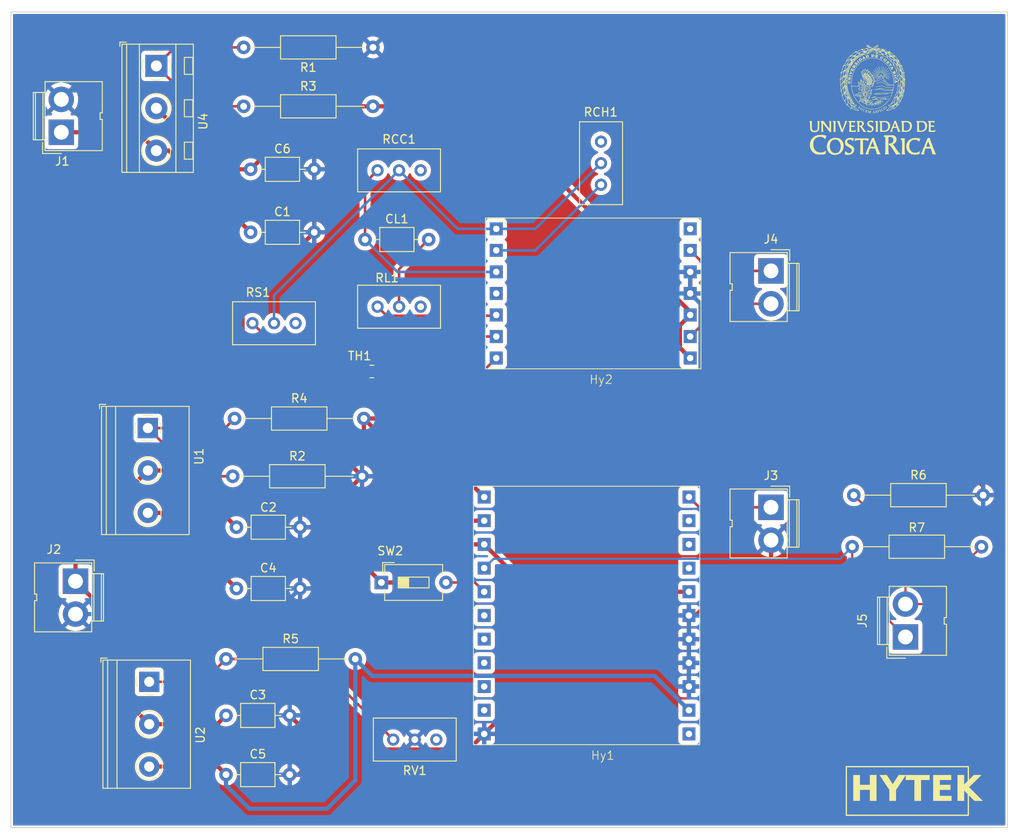
<source format=kicad_pcb>
(kicad_pcb (version 20221018) (generator pcbnew)
  (layers (0 "F.Cu" signal) (31 "B.Cu" signal) (34 "B.Paste" user) (35 "F.Paste" user) (36 "B.SilkS" user "B.Silkscreen") (37 "F.SilkS" user "F.Silkscreen") (38 "B.Mask" user) (39 "F.Mask" user) (44 "Edge.Cuts" user))
  (net 0 "")
  (net 1 "+15V")
  (net 2 "GND")
  (net 3 "-15V")
  (net 4 "/VEE")
  (net 5 "/VMOD")
  (net 6 "Net-(CL1-Pad1)")
  (net 7 "Net-(CL1-Pad2)")
  (net 13 "Net-(J5-Pin_1)")
  (net 14 "Net-(J3-Pin_1)")
  (net 19 "Net-(Hy2-Pad1)")
  (net 20 "Net-(Hy2-Pad2)")
  (net 22 "Net-(Hy2-Pad5)")
  (net 23 "Net-(Hy2-Pad6)")
  (net 24 "Net-(Hy2-Pad7)")
  (net 25 "/TEC_C")
  (net 26 "/TEC_H")
  (net 28 "Net-(U1-ADJ)")
  (net 29 "Net-(U2-ADJ)")
  (net 35 "Net-(Hy1-Pad7)")
  (net 36 "/VDD")
  (net 37 "Net-(U4-ADJ)")
  (net 38 "Net-(J5-Pin_2)")
  (footprint "Capacitor_THT:C_Axial_L3.8mm_D2.6mm_P7.50mm_Horizontal" (layer "F.Cu") (at 92.96 131.17)
    (fp_text reference "C3" (at 3.75 -2.42) (layer "F.SilkS"))
    (fp_text value "0.1uF")
    (pad "1" thru_hole circle (at 0 0) (size 1.6 1.6) (drill 0.8) (layers "*.Cu" "*.Mask") (net 3 "-15V"))
    (pad "2" thru_hole oval (at 7.5 0) (size 1.6 1.6) (drill 0.8) (layers "*.Cu" "*.Mask") (net 2 "GND"))
  )
  (footprint "Connector:JWT_A3963_1x02_P3.96mm_Vertical" (layer "F.Cu") (at 73.545 62.3925 90)
    (fp_text reference "J1" (at -3.4175 0.125 180) (layer "F.SilkS"))
    (fp_text value "Conn_01x02")
    (pad "1" thru_hole rect (at 0 0 90) (size 3 3) (drill 1.75) (layers "*.Cu" "*.Mask") (net 1 "+15V"))
    (pad "2" thru_hole circle (at 3.88 0 90) (size 3 3) (drill 1.75) (layers "*.Cu" "*.Mask") (net 2 "GND"))
  )
  (footprint "Capacitor_THT:C_Axial_L3.8mm_D2.6mm_P7.50mm_Horizontal" (layer "F.Cu") (at 95.86 74.19)
    (fp_text reference "C1" (at 3.75 -2.42) (layer "F.SilkS"))
    (fp_text value "0.1uF")
    (pad "1" thru_hole circle (at 0 0) (size 1.6 1.6) (drill 0.8) (layers "*.Cu" "*.Mask") (net 1 "+15V"))
    (pad "2" thru_hole oval (at 7.5 0) (size 1.6 1.6) (drill 0.8) (layers "*.Cu" "*.Mask") (net 2 "GND"))
  )
  (footprint "TerminalBlock_MetzConnect:TerminalBlock_MetzConnect_Type094_RT03503HBLU_1x03_P5.00mm_Horizontal" (layer "F.Cu") (at 84.75 54.56 -90)
    (fp_text reference "U4" (at 6.55 -5.51 90) (layer "F.SilkS"))
    (fp_text value "LM350T")
    (pad "1" thru_hole rect (at 0 0 270) (size 2.6 2.6) (drill 1.3) (layers "*.Cu" "*.Mask") (net 37 "Net-(U4-ADJ)"))
    (pad "2" thru_hole circle (at 5 0 270) (size 2.6 2.6) (drill 1.3) (layers "*.Cu" "*.Mask") (net 36 "/VDD"))
    (pad "3" thru_hole circle (at 10 0 270) (size 2.6 2.6) (drill 1.3) (layers "*.Cu" "*.Mask") (net 1 "+15V"))
  )
  (footprint "Resistor_THT:R_Axial_DIN0207_L6.3mm_D2.5mm_P15.24mm_Horizontal" (layer "F.Cu") (at 93.75 102.96)
    (fp_text reference "R2" (at 7.62 -2.37) (layer "F.SilkS"))
    (fp_text value "1032")
    (pad "1" thru_hole circle (at 0 0) (size 1.6 1.6) (drill 0.8) (layers "*.Cu" "*.Mask") (net 28 "Net-(U1-ADJ)"))
    (pad "2" thru_hole oval (at 15.24 0) (size 1.6 1.6) (drill 0.8) (layers "*.Cu" "*.Mask") (net 2 "GND"))
  )
  (footprint "Capacitor_THT:C_Axial_L3.8mm_D2.6mm_P7.50mm_Horizontal" (layer "F.Cu") (at 94.19 108.97)
    (fp_text reference "C2" (at 3.77 -2.34) (layer "F.SilkS"))
    (fp_text value "0.1uF")
    (pad "1" thru_hole circle (at 0 0) (size 1.6 1.6) (drill 0.8) (layers "*.Cu" "*.Mask") (net 3 "-15V"))
    (pad "2" thru_hole oval (at 7.5 0) (size 1.6 1.6) (drill 0.8) (layers "*.Cu" "*.Mask") (net 2 "GND"))
  )
  (footprint "Resistor_THT:R_Axial_DIN0207_L6.3mm_D2.5mm_P15.24mm_Horizontal" (layer "F.Cu") (at 93.97 96.15)
    (fp_text reference "R4" (at 7.62 -2.37) (layer "F.SilkS"))
    (fp_text value "120")
    (pad "1" thru_hole circle (at 0 0) (size 1.6 1.6) (drill 0.8) (layers "*.Cu" "*.Mask") (net 28 "Net-(U1-ADJ)"))
    (pad "2" thru_hole oval (at 15.24 0) (size 1.6 1.6) (drill 0.8) (layers "*.Cu" "*.Mask") (net 4 "/VEE"))
  )
  (footprint "Potentiometer_THT:Potentiometer_Bourns_3296W_Vertical" (layer "F.Cu") (at 101.16 84.91)
    (fp_text reference "RS1" (at -4.42 -3.63) (layer "F.SilkS"))
    (fp_text value "18k1")
    (pad "1" thru_hole circle (at 0 0) (size 1.44 1.44) (drill 0.8) (layers "*.Cu" "*.Mask"))
    (pad "2" thru_hole circle (at -2.54 0) (size 1.44 1.44) (drill 0.8) (layers "*.Cu" "*.Mask") (net 19 "Net-(Hy2-Pad1)"))
    (pad "3" thru_hole circle (at -5.08 0) (size 1.44 1.44) (drill 0.8) (layers "*.Cu" "*.Mask") (net 24 "Net-(Hy2-Pad7)"))
  )
  (footprint "TerminalBlock_Philmore:TerminalBlock_Philmore_TB133_1x03_P5.00mm_Horizontal" (layer "F.Cu") (at 83.91 127.2 -90)
    (fp_text reference "U2" (at 6.285 -6.0275 90) (layer "F.SilkS"))
    (fp_text value "LM337T")
    (pad "1" thru_hole rect (at 0 0 270) (size 2.4 2.4) (drill 1.2) (layers "*.Cu" "*.Mask") (net 29 "Net-(U2-ADJ)"))
    (pad "2" thru_hole circle (at 5 0 270) (size 2.4 2.4) (drill 1.2) (layers "*.Cu" "*.Mask") (net 3 "-15V"))
    (pad "3" thru_hole circle (at 10 0 270) (size 2.4 2.4) (drill 1.2) (layers "*.Cu" "*.Mask") (net 5 "/VMOD"))
  )
  (footprint "Resistor_SMD:R_0805_2012Metric_Pad1.20x1.40mm_HandSolder" (layer "F.Cu") (at 110.15 90.61)
    (fp_text reference "TH1" (at -1.435 -1.84) (layer "F.SilkS"))
    (fp_text value "Thermistor")
    (pad "1" smd roundrect (at -1 0) (size 1.2 1.4) (layers "F.Cu" "F.Paste" "F.Mask") (roundrect_rratio 0.208333) (net 23 "Net-(Hy2-Pad6)"))
    (pad "2" smd roundrect (at 1 0) (size 1.2 1.4) (layers "F.Cu" "F.Paste" "F.Mask") (roundrect_rratio 0.208333) (net 24 "Net-(Hy2-Pad7)"))
  )
  (footprint "TerminalBlock_Philmore:TerminalBlock_Philmore_TB133_1x03_P5.00mm_Horizontal" (layer "F.Cu") (at 83.75 97.28 -90)
    (fp_text reference "U1" (at 3.34 -6.0375 90) (layer "F.SilkS"))
    (fp_text value "LM337T")
    (pad "1" thru_hole rect (at 0 0 270) (size 2.4 2.4) (drill 1.2) (layers "*.Cu" "*.Mask") (net 28 "Net-(U1-ADJ)"))
    (pad "2" thru_hole circle (at 5 0 270) (size 2.4 2.4) (drill 1.2) (layers "*.Cu" "*.Mask") (net 3 "-15V"))
    (pad "3" thru_hole circle (at 10 0 270) (size 2.4 2.4) (drill 1.2) (layers "*.Cu" "*.Mask") (net 4 "/VEE"))
  )
  (footprint "Capacitor_THT:C_Axial_L3.8mm_D2.6mm_P7.50mm_Horizontal" (layer "F.Cu") (at 94.19 116.2)
    (fp_text reference "C4" (at 3.75 -2.42) (layer "F.SilkS"))
    (fp_text value "1uF")
    (pad "1" thru_hole circle (at 0 0) (size 1.6 1.6) (drill 0.8) (layers "*.Cu" "*.Mask") (net 4 "/VEE"))
    (pad "2" thru_hole oval (at 7.5 0) (size 1.6 1.6) (drill 0.8) (layers "*.Cu" "*.Mask") (net 2 "GND"))
  )
  (footprint "Resistor_THT:R_Axial_DIN0207_L6.3mm_D2.5mm_P15.24mm_Horizontal" (layer "F.Cu") (at 92.96 124.51)
    (fp_text reference "R5" (at 7.62 -2.37) (layer "F.SilkS"))
    (fp_text value "120")
    (pad "1" thru_hole circle (at 0 0) (size 1.6 1.6) (drill 0.8) (layers "*.Cu" "*.Mask") (net 29 "Net-(U2-ADJ)"))
    (pad "2" thru_hole oval (at 15.24 0) (size 1.6 1.6) (drill 0.8) (layers "*.Cu" "*.Mask") (net 5 "/VMOD"))
  )
  (footprint "Connector:JWT_A3963_1x02_P3.96mm_Vertical" (layer "F.Cu") (at 75.22 115.34 -90)
    (fp_text reference "J2" (at -3.74 2.54) (layer "F.SilkS"))
    (fp_text value "Conn_01x02")
    (pad "1" thru_hole rect (at 0 0 270) (size 3 3) (drill 1.75) (layers "*.Cu" "*.Mask") (net 3 "-15V"))
    (pad "2" thru_hole circle (at 3.88 0 270) (size 3 3) (drill 1.75) (layers "*.Cu" "*.Mask") (net 2 "GND"))
  )
  (footprint "Potentiometer_THT:Potentiometer_Bourns_3296W_Vertical" (layer "F.Cu") (at 115.9 66.88)
    (fp_text reference "RCC1" (at -2.54 -3.66) (layer "F.SilkS"))
    (fp_text value "15k1")
    (pad "1" thru_hole circle (at 0 0) (size 1.44 1.44) (drill 0.8) (layers "*.Cu" "*.Mask"))
    (pad "2" thru_hole circle (at -2.54 0) (size 1.44 1.44) (drill 0.8) (layers "*.Cu" "*.Mask") (net 19 "Net-(Hy2-Pad1)"))
    (pad "3" thru_hole circle (at -5.08 0) (size 1.44 1.44) (drill 0.8) (layers "*.Cu" "*.Mask") (net 6 "Net-(CL1-Pad1)"))
  )
  (footprint "Button_Switch_THT:SW_DIP_SPSTx01_Slide_6.7x4.1mm_W7.62mm_P2.54mm_LowProfile" (layer "F.Cu") (at 111.27 115.49)
    (fp_text reference "SW2" (at 1.05 -3.72) (layer "F.SilkS"))
    (fp_text value "SW_DIP_x01")
    (pad "1" thru_hole rect (at 0 0) (size 1.6 1.6) (drill 0.8) (layers "*.Cu" "*.Mask") (net 4 "/VEE"))
    (pad "2" thru_hole oval (at 7.62 0) (size 1.6 1.6) (drill 0.8) (layers "*.Cu" "*.Mask") (net 35 "Net-(Hy1-Pad7)"))
  )
  (footprint "Connector:JWT_A3963_1x02_P3.96mm_Vertical" (layer "F.Cu") (at 157.2 106.6225 -90)
    (fp_text reference "J3" (at -3.74 0 -180) (layer "F.SilkS"))
    (fp_text value "Conn_01x02")
    (pad "1" thru_hole rect (at 0 0 270) (size 3 3) (drill 1.75) (layers "*.Cu" "*.Mask") (net 14 "Net-(J3-Pin_1)"))
    (pad "2" thru_hole circle (at 3.88 0 270) (size 3 3) (drill 1.75) (layers "*.Cu" "*.Mask") (net 2 "GND"))
  )
  (footprint "Connector:JWT_A3963_1x02_P3.96mm_Vertical" (layer "F.Cu") (at 157.2 78.74 -90)
    (fp_text reference "J4" (at -3.74 0 -180) (layer "F.SilkS"))
    (fp_text value "Conn_01x02")
    (pad "1" thru_hole rect (at 0 0 270) (size 3 3) (drill 1.75) (layers "*.Cu" "*.Mask") (net 26 "/TEC_H"))
    (pad "2" thru_hole circle (at 3.88 0 270) (size 3 3) (drill 1.75) (layers "*.Cu" "*.Mask") (net 25 "/TEC_C"))
  )
  (footprint "Capacitor_THT:C_Axial_L3.8mm_D2.6mm_P7.50mm_Horizontal" (layer "F.Cu") (at 109.35 75.04)
    (fp_text reference "CL1" (at 3.75 -2.42) (layer "F.SilkS"))
    (fp_text value "1uF")
    (pad "1" thru_hole circle (at 0 0) (size 1.6 1.6) (drill 0.8) (layers "*.Cu" "*.Mask") (net 6 "Net-(CL1-Pad1)"))
    (pad "2" thru_hole oval (at 7.5 0) (size 1.6 1.6) (drill 0.8) (layers "*.Cu" "*.Mask") (net 7 "Net-(CL1-Pad2)"))
  )
  (footprint "Potentiometer_THT:Potentiometer_Bourns_3296W_Vertical" (layer "F.Cu") (at 115.9 82.96)
    (fp_text reference "RL1" (at -3.96 -3.385) (layer "F.SilkS"))
    (fp_text value "4.7M1")
    (pad "1" thru_hole circle (at 0 0) (size 1.44 1.44) (drill 0.8) (layers "*.Cu" "*.Mask"))
    (pad "2" thru_hole circle (at -2.54 0) (size 1.44 1.44) (drill 0.8) (layers "*.Cu" "*.Mask") (net 7 "Net-(CL1-Pad2)"))
    (pad "3" thru_hole circle (at -5.08 0) (size 1.44 1.44) (drill 0.8) (layers "*.Cu" "*.Mask") (net 22 "Net-(Hy2-Pad5)"))
  )
  (footprint "Resistor_THT:R_Axial_DIN0207_L6.3mm_D2.5mm_P15.24mm_Horizontal" (layer "F.Cu") (at 166.77 111.27)
    (fp_text reference "R7" (at 7.62 -2.25) (layer "F.SilkS"))
    (fp_text value "3k")
    (pad "1" thru_hole circle (at 0 0) (size 1.6 1.6) (drill 0.8) (layers "*.Cu" "*.Mask") (net 13 "Net-(J5-Pin_1)"))
    (pad "2" thru_hole oval (at 15.24 0) (size 1.6 1.6) (drill 0.8) (layers "*.Cu" "*.Mask") (net 38 "Net-(J5-Pin_2)"))
  )
  (footprint "Capacitor_THT:C_Axial_L3.8mm_D2.6mm_P7.50mm_Horizontal" (layer "F.Cu") (at 92.96 138.15)
    (fp_text reference "C5" (at 3.75 -2.42) (layer "F.SilkS"))
    (fp_text value "1uF")
    (pad "1" thru_hole circle (at 0 0) (size 1.6 1.6) (drill 0.8) (layers "*.Cu" "*.Mask") (net 5 "/VMOD"))
    (pad "2" thru_hole oval (at 7.5 0) (size 1.6 1.6) (drill 0.8) (layers "*.Cu" "*.Mask") (net 2 "GND"))
  )
  (footprint "Resistor_THT:R_Axial_DIN0207_L6.3mm_D2.5mm_P15.24mm_Horizontal" (layer "F.Cu") (at 110.28 52.38 180)
    (fp_text reference "R1" (at 7.62 -2.37 180) (layer "F.SilkS"))
    (fp_text value "744")
    (pad "1" thru_hole circle (at 0 0 180) (size 1.6 1.6) (drill 0.8) (layers "*.Cu" "*.Mask") (net 2 "GND"))
    (pad "2" thru_hole oval (at 15.24 0 180) (size 1.6 1.6) (drill 0.8) (layers "*.Cu" "*.Mask") (net 37 "Net-(U4-ADJ)"))
  )
  (footprint "Potentiometer_THT:Potentiometer_Bourns_3296W_Vertical" (layer "F.Cu") (at 112.67 134.02 180)
    (fp_text reference "RV1" (at -2.54 -3.66) (layer "F.SilkS"))
    (fp_text value "1032")
    (pad "1" thru_hole circle (at 0 0 180) (size 1.44 1.44) (drill 0.8) (layers "*.Cu" "*.Mask") (net 29 "Net-(U2-ADJ)"))
    (pad "2" thru_hole circle (at -2.54 0 180) (size 1.44 1.44) (drill 0.8) (layers "*.Cu" "*.Mask") (net 2 "GND"))
    (pad "3" thru_hole circle (at -5.08 0 180) (size 1.44 1.44) (drill 0.8) (layers "*.Cu" "*.Mask"))
  )
  (footprint "Hytek_Controllers:Hy5640" (layer "F.Cu") (at 124.815 73.78)
    (fp_text reference "Hy2" (at 12.36 17.78 unlocked) (layer "F.SilkS") (effects (font (thickness 0.1))))
    (fp_text value "~")
    (pad "1" thru_hole rect (at 0 0) (size 1.524 1.524) (drill 0.762) (layers "*.Cu" "*.Mask") (net 19 "Net-(Hy2-Pad1)"))
    (pad "2" thru_hole rect (at 0 2.54) (size 1.524 1.524) (drill 0.762) (layers "*.Cu" "*.Mask") (net 20 "Net-(Hy2-Pad2)"))
    (pad "3" thru_hole rect (at 0 5.08) (size 1.524 1.524) (drill 0.762) (layers "*.Cu" "*.Mask") (net 6 "Net-(CL1-Pad1)"))
    (pad "4" thru_hole rect (at 0 7.62) (size 1.524 1.524) (drill 0.762) (layers "*.Cu" "*.Mask"))
    (pad "5" thru_hole rect (at 0 10.16) (size 1.524 1.524) (drill 0.762) (layers "*.Cu" "*.Mask") (net 22 "Net-(Hy2-Pad5)"))
    (pad "6" thru_hole rect (at 0 12.7) (size 1.524 1.524) (drill 0.762) (layers "*.Cu" "*.Mask") (net 23 "Net-(Hy2-Pad6)"))
    (pad "7" thru_hole rect (at 0 15.24) (size 1.524 1.524) (drill 0.762) (layers "*.Cu" "*.Mask") (net 24 "Net-(Hy2-Pad7)"))
    (pad "8" thru_hole rect (at 22.86 15.24) (size 1.524 1.524) (drill 0.762) (layers "*.Cu" "*.Mask") (net 36 "/VDD"))
    (pad "9" thru_hole rect (at 22.86 12.7) (size 1.524 1.524) (drill 0.762) (layers "*.Cu" "*.Mask") (net 25 "/TEC_C"))
    (pad "10" thru_hole rect (at 22.86 10.16) (size 1.524 1.524) (drill 0.762) (layers "*.Cu" "*.Mask") (net 36 "/VDD"))
    (pad "11" thru_hole rect (at 22.86 7.62) (size 1.524 1.524) (drill 0.762) (layers "*.Cu" "*.Mask") (net 2 "GND"))
    (pad "12" thru_hole rect (at 22.86 5.08) (size 1.524 1.524) (drill 0.762) (layers "*.Cu" "*.Mask") (net 2 "GND"))
    (pad "13" thru_hole rect (at 22.86 2.54) (size 1.524 1.524) (drill 0.762) (layers "*.Cu" "*.Mask") (net 26 "/TEC_H"))
    (pad "14" thru_hole rect (at 22.86 0) (size 1.524 1.524) (drill 0.762) (layers "*.Cu" "*.Mask"))
  )
  (footprint "Potentiometer_THT:Potentiometer_Bourns_3296W_Vertical" (layer "F.Cu") (at 137.16 63.5 90)
    (fp_text reference "RCH1" (at 3.48 -0.03 180) (layer "F.SilkS"))
    (fp_text value "14.5k1")
    (pad "1" thru_hole circle (at 0 0 90) (size 1.44 1.44) (drill 0.8) (layers "*.Cu" "*.Mask"))
    (pad "2" thru_hole circle (at -2.54 0 90) (size 1.44 1.44) (drill 0.8) (layers "*.Cu" "*.Mask") (net 19 "Net-(Hy2-Pad1)"))
    (pad "3" thru_hole circle (at -5.08 0 90) (size 1.44 1.44) (drill 0.8) (layers "*.Cu" "*.Mask") (net 20 "Net-(Hy2-Pad2)"))
  )
  (footprint "Connector:JWT_A3963_1x02_P3.96mm_Vertical" (layer "F.Cu") (at 173.05 121.9175 90)
    (fp_text reference "J5" (at 1.91 -5.08 90) (layer "F.SilkS"))
    (fp_text value "Conn_01x02")
    (pad "1" thru_hole rect (at 0 0 90) (size 3 3) (drill 1.75) (layers "*.Cu" "*.Mask") (net 13 "Net-(J5-Pin_1)"))
    (pad "2" thru_hole circle (at 3.88 0 90) (size 3 3) (drill 1.75) (layers "*.Cu" "*.Mask") (net 38 "Net-(J5-Pin_2)"))
  )
  (footprint "Capacitor_THT:C_Axial_L3.8mm_D2.6mm_P7.50mm_Horizontal" (layer "F.Cu") (at 95.86 66.76)
    (fp_text reference "C6" (at 3.75 -2.42) (layer "F.SilkS"))
    (fp_text value "1uF")
    (pad "1" thru_hole circle (at 0 0) (size 1.6 1.6) (drill 0.8) (layers "*.Cu" "*.Mask") (net 36 "/VDD"))
    (pad "2" thru_hole oval (at 7.5 0) (size 1.6 1.6) (drill 0.8) (layers "*.Cu" "*.Mask") (net 2 "GND"))
  )
  (footprint "Resistor_THT:R_Axial_DIN0207_L6.3mm_D2.5mm_P15.24mm_Horizontal" (layer "F.Cu") (at 95.04 59.33)
    (fp_text reference "R3" (at 7.62 -2.37) (layer "F.SilkS"))
    (fp_text value "120")
    (pad "1" thru_hole circle (at 0 0) (size 1.6 1.6) (drill 0.8) (layers "*.Cu" "*.Mask") (net 37 "Net-(U4-ADJ)"))
    (pad "2" thru_hole oval (at 15.24 0) (size 1.6 1.6) (drill 0.8) (layers "*.Cu" "*.Mask") (net 36 "/VDD"))
  )
  (footprint "Hytek_Controllers:Hy6340" (layer "F.Cu") (at 123.395 133.35)
    (fp_text reference "Hy1" (at 13.97 2.54 unlocked) (layer "F.SilkS") (effects (font (thickness 0.1))))
    (fp_text value "~")
    (pad "1" thru_hole rect (at 0 0) (size 1.524 1.524) (drill 0.762) (layers "*.Cu" "*.Mask") (net 2 "GND"))
    (pad "2" thru_hole rect (at 0 -2.794) (size 1.524 1.524) (drill 0.762) (layers "*.Cu" "*.Mask"))
    (pad "3" thru_hole rect (at 0 -5.588) (size 1.524 1.524) (drill 0.762) (layers "*.Cu" "*.Mask"))
    (pad "4" thru_hole rect (at 0 -8.382) (size 1.524 1.524) (drill 0.762) (layers "*.Cu" "*.Mask"))
    (pad "5" thru_hole rect (at 0 -11.176) (size 1.524 1.524) (drill 0.762) (layers "*.Cu" "*.Mask"))
    (pad "6" thru_hole rect (at 0 -13.97) (size 1.524 1.524) (drill 0.762) (layers "*.Cu" "*.Mask"))
    (pad "7" thru_hole rect (at 0 -16.764) (size 1.524 1.524) (drill 0.762) (layers "*.Cu" "*.Mask") (net 35 "Net-(Hy1-Pad7)"))
    (pad "8" thru_hole rect (at 0 -19.558) (size 1.524 1.524) (drill 0.762) (layers "*.Cu" "*.Mask") (net 13 "Net-(J5-Pin_1)"))
    (pad "9" thru_hole rect (at 0 -22.352) (size 1.524 1.524) (drill 0.762) (layers "*.Cu" "*.Mask") (net 4 "/VEE"))
    (pad "10" thru_hole rect (at 0 -25.146) (size 1.524 1.524) (drill 0.762) (layers "*.Cu" "*.Mask") (net 4 "/VEE"))
    (pad "11" thru_hole rect (at 0 -27.94) (size 1.524 1.524) (drill 0.762) (layers "*.Cu" "*.Mask") (net 4 "/VEE"))
    (pad "12" thru_hole rect (at 24.13 -27.94) (size 1.524 1.524) (drill 0.762) (layers "*.Cu" "*.Mask") (net 14 "Net-(J3-Pin_1)"))
    (pad "13" thru_hole rect (at 24.13 -25.146) (size 1.524 1.524) (drill 0.762) (layers "*.Cu" "*.Mask"))
    (pad "14" thru_hole rect (at 24.13 -22.352) (size 1.524 1.524) (drill 0.762) (layers "*.Cu" "*.Mask"))
    (pad "15" thru_hole rect (at 24.13 -19.558) (size 1.524 1.524) (drill 0.762) (layers "*.Cu" "*.Mask"))
    (pad "16" thru_hole rect (at 24.13 -16.764) (size 1.524 1.524) (drill 0.762) (layers "*.Cu" "*.Mask") (net 4 "/VEE"))
    (pad "17" thru_hole rect (at 24.13 -13.97) (size 1.524 1.524) (drill 0.762) (layers "*.Cu" "*.Mask") (net 2 "GND"))
    (pad "18" thru_hole rect (at 24.13 -11.176) (size 1.524 1.524) (drill 0.762) (layers "*.Cu" "*.Mask") (net 2 "GND"))
    (pad "19" thru_hole rect (at 24.13 -8.382) (size 1.524 1.524) (drill 0.762) (layers "*.Cu" "*.Mask") (net 2 "GND"))
    (pad "20" thru_hole rect (at 24.13 -5.588) (size 1.524 1.524) (drill 0.762) (layers "*.Cu" "*.Mask") (net 2 "GND"))
    (pad "21" thru_hole rect (at 24.13 -2.794) (size 1.524 1.524) (drill 0.762) (layers "*.Cu" "*.Mask") (net 5 "/VMOD"))
    (pad "22" thru_hole rect (at 24.13 0) (size 1.524 1.524) (drill 0.762) (layers "*.Cu" "*.Mask"))
  )
  (footprint "Resistor_THT:R_Axial_DIN0207_L6.3mm_D2.5mm_P15.24mm_Horizontal" (layer "F.Cu") (at 166.96 105.19)
    (fp_text reference "R6" (at 7.62 -2.37) (layer "F.SilkS"))
    (fp_text value "15k")
    (pad "1" thru_hole circle (at 0 0) (size 1.6 1.6) (drill 0.8) (layers "*.Cu" "*.Mask") (net 38 "Net-(J5-Pin_2)"))
    (pad "2" thru_hole oval (at 15.24 0) (size 1.6 1.6) (drill 0.8) (layers "*.Cu" "*.Mask") (net 2 "GND"))
  )
  (footprint "LOGO" (layer "F.Cu") (at 169.505765 58.907489)
    (fp_text reference "G***" hide)
    (fp_text value "LOGO" hide)
  )
  (gr_rect (start 166.08 137.21) (end 180.46 142.94) (stroke (width 0.15)) (fill none) (layer "F.SilkS"))
  (gr_rect locked (start 67.6 48.19) (end 185.06 144.4) (stroke (width 0.1)) (fill none) (layer "Edge.Cuts"))
  (gr_text "HYTEK" (at 166.51 141.76) (layer "F.SilkS") (effects (font (size 3 3) (thickness 0.6) bold) (justify left bottom)))
  (segment (start 73.545 62.3925) (end 82.5825 62.3925) (width 0.5) (layer "F.Cu") (net 1))
  (segment (start 82.5825 62.3925) (end 84.75 64.56) (width 0.5) (layer "F.Cu") (net 1))
  (segment (start 86.23 64.56) (end 95.86 74.19) (width 0.5) (layer "F.Cu") (net 1))
  (segment (start 84.75 64.56) (end 86.23 64.56) (width 0.5) (layer "F.Cu") (net 1))
  (segment (start 128.983 127.762) (end 123.395 133.35) (width 0.5) (layer "F.Cu") (net 2))
  (segment (start 103.36 74.19) (end 103.36 66.76) (width 0.5) (layer "F.Cu") (net 2))
  (segment (start 94.91 88.88) (end 108.99 102.96) (width 0.5) (layer "F.Cu") (net 2))
  (segment (start 94.91 82.64) (end 94.91 88.88) (width 0.5) (layer "F.Cu") (net 2))
  (segment (start 157.2 113.95) (end 157.2 110.5025) (width 0.5) (layer "F.Cu") (net 2))
  (segment (start 154.478 127.762) (end 155.47 126.77) (width 0.5) (layer "F.Cu") (net 2))
  (segment (start 148.3225 119.38) (end 147.525 119.38) (width 0.5) (layer "F.Cu") (net 2))
  (segment (start 114.04 135.19) (end 115.21 134.02) (width 0.5) (layer "F.Cu") (net 2))
  (segment (start 182.2 104.11) (end 182.2 105.19) (width 0.5) (layer "F.Cu") (net 2))
  (segment (start 155.47 126.77) (end 155.47 124.968) (width 0.5) (layer "F.Cu") (net 2))
  (segment (start 147.675 81.4) (end 147.675 78.86) (width 0.5) (layer "F.Cu") (net 2))
  (segment (start 148.976 122.174) (end 157.2 113.95) (width 0.5) (layer "F.Cu") (net 2))
  (segment (start 104.48 135.19) (end 114.04 135.19) (width 0.5) (layer "F.Cu") (net 2))
  (segment (start 155.612 124.968) (end 157.2 123.38) (width 0.5) (layer "F.Cu") (net 2))
  (segment (start 121.555 135.19) (end 114.04 135.19) (width 0.5) (layer "F.Cu") (net 2))
  (segment (start 101.69 108.97) (end 102.98 108.97) (width 0.5) (layer "F.Cu") (net 2))
  (segment (start 103.36 74.19) (end 94.91 82.64) (width 0.5) (layer "F.Cu") (net 2))
  (segment (start 100.46 131.17) (end 104.48 135.19) (width 0.5) (layer "F.Cu") (net 2))
  (segment (start 179.03 100.94) (end 182.2 104.11) (width 0.5) (layer "F.Cu") (net 2))
  (segment (start 100.46 138.15) (end 101.52 138.15) (width 0.5) (layer "F.Cu") (net 2))
  (segment (start 157.2 110.5025) (end 148.3225 119.38) (width 0.5) (layer "F.Cu") (net 2))
  (segment (start 123.395 133.35) (end 121.555 135.19) (width 0.5) (layer "F.Cu") (net 2))
  (segment (start 101.52 138.15) (end 104.48 135.19) (width 0.5) (layer "F.Cu") (net 2))
  (segment (start 157.2 110.5025) (end 166.7625 100.94) (width 0.5) (layer "F.Cu") (net 2))
  (segment (start 147.525 127.762) (end 154.478 127.762) (width 0.5) (layer "F.Cu") (net 2))
  (segment (start 166.7625 100.94) (end 179.03 100.94) (width 0.5) (layer "F.Cu") (net 2))
  (segment (start 147.525 127.762) (end 128.983 127.762) (width 0.5) (layer "F.Cu") (net 2))
  (segment (start 102.98 108.97) (end 108.99 102.96) (width 0.5) (layer "F.Cu") (net 2))
  (segment (start 147.525 122.174) (end 148.976 122.174) (width 0.5) (layer "F.Cu") (net 2))
  (segment (start 155.47 124.968) (end 155.612 124.968) (width 0.5) (layer "F.Cu") (net 2))
  (segment (start 157.2 123.38) (end 157.2 113.95) (width 0.5) (layer "F.Cu") (net 2))
  (segment (start 147.525 124.968) (end 155.47 124.968) (width 0.5) (layer "F.Cu") (net 2))
  (segment (start 100.7 66.76) (end 103.36 66.76) (width 0.5) (layer "B.Cu") (net 2))
  (segment (start 101.69 116.2) (end 101.69 108.97) (width 0.5) (layer "B.Cu") (net 2))
  (segment (start 100.46 131.17) (end 100.46 121.01) (width 0.5) (layer "B.Cu") (net 2))
  (segment (start 75.22 119.22) (end 98.67 119.22) (width 0.5) (layer "B.Cu") (net 2))
  (segment (start 91.394559 57.454559) (end 100.7 66.76) (width 0.5) (layer "B.Cu") (net 2))
  (segment (start 148.887 82.612) (end 147.675 81.4) (width 0.5) (layer "B.Cu") (net 2))
  (segment (start 157.2 110.5025) (end 148.887 102.1895) (width 0.5) (layer "B.Cu") (net 2))
  (segment (start 74.602941 57.454559) (end 91.394559 57.454559) (width 0.5) (layer "B.Cu") (net 2))
  (segment (start 103.36 59.3) (end 110.28 52.38) (width 0.5) (layer "B.Cu") (net 2))
  (segment (start 148.887 102.1895) (end 148.887 82.612) (width 0.5) (layer "B.Cu") (net 2))
  (segment (start 100.46 121.01) (end 98.67 119.22) (width 0.5) (layer "B.Cu") (net 2))
  (segment (start 73.545 58.5125) (end 74.602941 57.454559) (width 0.5) (layer "B.Cu") (net 2))
  (segment (start 103.36 66.76) (end 103.36 59.3) (width 0.5) (layer "B.Cu") (net 2))
  (segment (start 98.67 119.22) (end 101.69 116.2) (width 0.5) (layer "B.Cu") (net 2))
  (segment (start 75.22 110.81) (end 75.22 115.34) (width 0.5) (layer "F.Cu") (net 3))
  (segment (start 77.6 125.89) (end 83.91 132.2) (width 0.5) (layer "F.Cu") (net 3))
  (segment (start 83.75 102.28) (end 87.5 102.28) (width 0.5) (layer "F.Cu") (net 3))
  (segment (start 83.75 102.28) (end 75.22 110.81) (width 0.5) (layer "F.Cu") (net 3))
  (segment (start 91.93 132.2) (end 92.96 131.17) (width 0.5) (layer "F.Cu") (net 3))
  (segment (start 77.6 117.72) (end 77.6 125.89) (width 0.5) (layer "F.Cu") (net 3))
  (segment (start 75.22 115.34) (end 77.6 117.72) (width 0.5) (layer "F.Cu") (net 3))
  (segment (start 87.5 102.28) (end 94.19 108.97) (width 0.5) (layer "F.Cu") (net 3))
  (segment (start 83.91 132.2) (end 91.93 132.2) (width 0.5) (layer "F.Cu") (net 3))
  (segment (start 121.264 108.204) (end 109.21 96.15) (width 0.5) (layer "F.Cu") (net 4))
  (segment (start 123.395 110.998) (end 121.218 110.998) (width 0.5) (layer "F.Cu") (net 4))
  (segment (start 111.27 115.49) (end 116.726 115.49) (width 0.5) (layer "F.Cu") (net 4))
  (segment (start 147.525 116.586) (end 128.983 116.586) (width 0.5) (layer "F.Cu") (net 4))
  (segment (start 109.21 96.15) (end 114.135 96.15) (width 0.5) (layer "F.Cu") (net 4))
  (segment (start 83.75 107.28) (end 85.27 107.28) (width 0.5) (layer "F.Cu") (net 4))
  (segment (start 116.726 115.49) (end 121.218 110.998) (width 0.5) (layer "F.Cu") (net 4))
  (segment (start 123.395 108.204) (end 121.264 108.204) (width 0.5) (layer "F.Cu") (net 4))
  (segment (start 109.21 98.99) (end 109.21 96.15) (width 0.5) (layer "F.Cu") (net 4))
  (segment (start 108.155 112.375) (end 90.365 112.375) (width 0.5) (layer "F.Cu") (net 4))
  (segment (start 111.27 115.49) (end 108.155 112.375) (width 0.5) (layer "F.Cu") (net 4))
  (segment (start 85.27 107.28) (end 90.365 112.375) (width 0.5) (layer "F.Cu") (net 4))
  (segment (start 114.135 96.15) (end 123.395 105.41) (width 0.5) (layer "F.Cu") (net 4))
  (segment (start 90.365 112.375) (end 94.19 116.2) (width 0.5) (layer "F.Cu") (net 4))
  (segment (start 128.983 116.586) (end 123.395 110.998) (width 0.5) (layer "F.Cu") (net 4))
  (segment (start 121.218 110.998) (end 109.21 98.99) (width 0.5) (layer "F.Cu") (net 4))
  (segment (start 92.01 137.2) (end 92.96 138.15) (width 0.5) (layer "F.Cu") (net 5))
  (segment (start 83.91 137.2) (end 92.01 137.2) (width 0.5) (layer "F.Cu") (net 5))
  (segment (start 110.2 126.51) (end 108.2 124.51) (width 0.5) (layer "B.Cu") (net 5))
  (segment (start 143.479 126.51) (end 110.2 126.51) (width 0.5) (layer "B.Cu") (net 5))
  (segment (start 108.2 138.83) (end 108.2 124.51) (width 0.5) (layer "B.Cu") (net 5))
  (segment (start 147.525 130.556) (end 143.479 126.51) (width 0.5) (layer "B.Cu") (net 5))
  (segment (start 92.96 139.41) (end 95.72 142.17) (width 0.5) (layer "B.Cu") (net 5))
  (segment (start 92.96 138.15) (end 92.96 139.41) (width 0.5) (layer "B.Cu") (net 5))
  (segment (start 95.72 142.17) (end 104.86 142.17) (width 0.5) (layer "B.Cu") (net 5))
  (segment (start 104.86 142.17) (end 108.2 138.83) (width 0.5) (layer "B.Cu") (net 5))
  (segment (start 109.35 75.04) (end 109.35 68.35) (width 0.3) (layer "F.Cu") (net 6))
  (segment (start 109.35 68.35) (end 110.82 66.88) (width 0.3) (layer "F.Cu") (net 6))
  (segment (start 113.17 78.86) (end 109.35 75.04) (width 0.3) (layer "B.Cu") (net 6))
  (segment (start 124.815 78.86) (end 113.17 78.86) (width 0.3) (layer "B.Cu") (net 6))
  (segment (start 113.36 82.96) (end 113.36 78.53) (width 0.3) (layer "F.Cu") (net 7))
  (segment (start 113.36 78.53) (end 116.85 75.04) (width 0.3) (layer "F.Cu") (net 7))
  (segment (start 166.77 115.6375) (end 173.05 121.9175) (width 0.25) (layer "F.Cu") (net 13))
  (segment (start 166.77 111.27) (end 166.77 115.6375) (width 0.25) (layer "F.Cu") (net 13))
  (segment (start 124.482 112.705) (end 165.335 112.705) (width 0.25) (layer "B.Cu") (net 13))
  (segment (start 165.335 112.705) (end 166.77 111.27) (width 0.25) (layer "B.Cu") (net 13))
  (segment (start 123.395 113.792) (end 124.482 112.705) (width 0.25) (layer "B.Cu") (net 13))
  (segment (start 157.2 106.6225) (end 148.7375 106.6225) (width 0.3) (layer "F.Cu") (net 14))
  (segment (start 148.7375 106.6225) (end 147.525 105.41) (width 0.3) (layer "F.Cu") (net 14))
  (segment (start 120.26 73.78) (end 113.36 66.88) (width 0.3) (layer "B.Cu") (net 19))
  (segment (start 124.815 73.78) (end 129.42 73.78) (width 0.3) (layer "B.Cu") (net 19))
  (segment (start 129.42 73.78) (end 137.16 66.04) (width 0.3) (layer "B.Cu") (net 19))
  (segment (start 124.815 73.78) (end 120.26 73.78) (width 0.3) (layer "B.Cu") (net 19))
  (segment (start 98.62 81.62) (end 98.62 84.91) (width 0.3) (layer "B.Cu") (net 19))
  (segment (start 113.36 66.88) (end 98.62 81.62) (width 0.3) (layer "B.Cu") (net 19))
  (segment (start 124.815 76.32) (end 129.42 76.32) (width 0.3) (layer "B.Cu") (net 20))
  (segment (start 129.42 76.32) (end 137.16 68.58) (width 0.3) (layer "B.Cu") (net 20))
  (segment (start 110.82 82.96) (end 111.89 84.03) (width 0.3) (layer "F.Cu") (net 22))
  (segment (start 124.725 84.03) (end 124.815 83.94) (width 0.3) (layer "F.Cu") (net 22))
  (segment (start 111.89 84.03) (end 124.725 84.03) (width 0.3) (layer "F.Cu") (net 22))
  (segment (start 113.28 86.48) (end 124.815 86.48) (width 0.3) (layer "F.Cu") (net 23))
  (segment (start 109.15 90.61) (end 113.28 86.48) (width 0.3) (layer "F.Cu") (net 23))
  (segment (start 102.83 91.66) (end 110.1 91.66) (width 0.3) (layer "F.Cu") (net 24))
  (segment (start 110.1 91.66) (end 111.15 90.61) (width 0.3) (layer "F.Cu") (net 24))
  (segment (start 96.08 84.91) (end 102.83 91.66) (width 0.3) (layer "F.Cu") (net 24))
  (segment (start 123.225 90.61) (end 124.815 89.02) (width 0.3) (layer "F.Cu") (net 24))
  (segment (start 111.15 90.61) (end 123.225 90.61) (width 0.3) (layer "F.Cu") (net 24))
  (segment (start 151.535 82.62) (end 147.675 86.48) (width 0.3) (layer "F.Cu") (net 25))
  (segment (start 157.2 82.62) (end 151.535 82.62) (width 0.3) (layer "F.Cu") (net 25))
  (segment (start 150.095 78.74) (end 147.675 76.32) (width 0.3) (layer "F.Cu") (net 26))
  (segment (start 157.2 78.74) (end 150.095 78.74) (width 0.3) (layer "F.Cu") (net 26))
  (segment (start 83.75 97.28) (end 92.84 97.28) (width 0.3) (layer "F.Cu") (net 28))
  (segment (start 93.75 102.96) (end 89.43 102.96) (width 0.3) (layer "F.Cu") (net 28))
  (segment (start 89.43 102.96) (end 83.75 97.28) (width 0.3) (layer "F.Cu") (net 28))
  (segment (start 92.84 97.28) (end 93.97 96.15) (width 0.3) (layer "F.Cu") (net 28))
  (segment (start 83.91 127.2) (end 90.27 127.2) (width 0.3) (layer "F.Cu") (net 29))
  (segment (start 90.27 127.2) (end 92.96 124.51) (width 0.3) (layer "F.Cu") (net 29))
  (segment (start 103.16 124.51) (end 112.67 134.02) (width 0.3) (layer "F.Cu") (net 29))
  (segment (start 92.96 124.51) (end 103.16 124.51) (width 0.3) (layer "F.Cu") (net 29))
  (segment (start 122.299 115.49) (end 123.395 116.586) (width 0.3) (layer "F.Cu") (net 35))
  (segment (start 118.89 115.49) (end 122.299 115.49) (width 0.3) (layer "F.Cu") (net 35))
  (segment (start 147.675 89.02) (end 146.463 87.808) (width 0.5) (layer "F.Cu") (net 36))
  (segment (start 103.29 59.33) (end 95.86 66.76) (width 0.5) (layer "F.Cu") (net 36))
  (segment (start 146.463 87.808) (end 146.463 85.152) (width 0.5) (layer "F.Cu") (net 36))
  (segment (start 146.463 85.152) (end 147.675 83.94) (width 0.5) (layer "F.Cu") (net 36))
  (segment (start 123.444604 59.33) (end 147.675 83.560396) (width 0.5) (layer "F.Cu") (net 36))
  (segment (start 110.28 59.33) (end 123.444604 59.33) (width 0.5) (layer "F.Cu") (net 36))
  (segment (start 95.86 66.76) (end 91.95 66.76) (width 0.5) (layer "F.Cu") (net 36))
  (segment (start 110.28 59.33) (end 103.29 59.33) (width 0.5) (layer "F.Cu") (net 36))
  (segment (start 147.675 83.560396) (end 147.675 83.94) (width 0.5) (layer "F.Cu") (net 36))
  (segment (start 91.95 66.76) (end 84.75 59.56) (width 0.5) (layer "F.Cu") (net 36))
  (segment (start 95.04 59.33) (end 89.52 59.33) (width 0.3) (layer "F.Cu") (net 37))
  (segment (start 95.04 52.38) (end 86.93 52.38) (width 0.3) (layer "F.Cu") (net 37))
  (segment (start 86.93 52.38) (end 84.75 54.56) (width 0.3) (layer "F.Cu") (net 37))
  (segment (start 89.52 59.33) (end 84.75 54.56) (width 0.3) (layer "F.Cu") (net 37))
  (segment (start 175.2425 118.0375) (end 182.01 111.27) (width 0.25) (layer "F.Cu") (net 38))
  (segment (start 173.05 118.0375) (end 175.2425 118.0375) (width 0.25) (layer "F.Cu") (net 38))
  (segment (start 166.96 105.19) (end 173.05 111.28) (width 0.25) (layer "F.Cu") (net 38))
  (segment (start 173.05 111.28) (end 173.05 118.0375) (width 0.25) (layer "F.Cu") (net 38))
  (zone (net 2) (net_name "GND") (layers "F&B.Cu") (connect_pads (clearance 0.5)) (min_thickness 0.25) (fill yes (thermal_gap 0.5) (thermal_bridge_width 0.5))
    (polygon (pts (xy 66.32 46.96) (xy 186.92 46.79) (xy 187.04 145.85) (xy 66.32 145.66)))
  )
)
</source>
